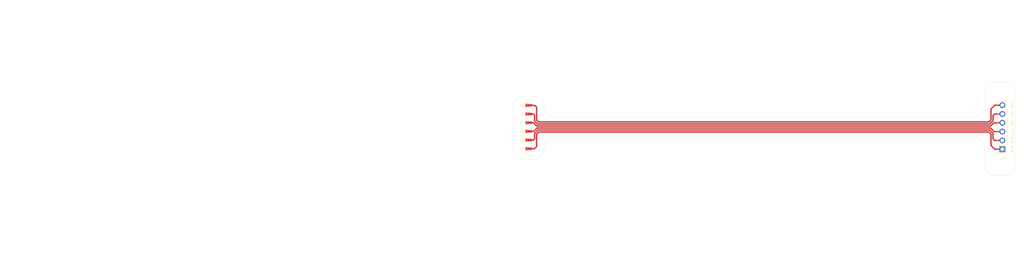
<source format=kicad_pcb>
(kicad_pcb (version 20240108) (generator "pcbnew") (generator_version "8.0")
  (layers (0 "F.Cu" signal) (31 "B.Cu" signal) (34 "B.Paste" user) (35 "F.Paste" user) (36 "B.SilkS" user "B.Silkscreen") (37 "F.SilkS" user "F.Silkscreen") (38 "B.Mask" user) (39 "F.Mask" user) (44 "Edge.Cuts" user))
  (net 0 "")
  (net 1 "Net-(J6-1)")
  (net 2 "Net-(J3-1)")
  (net 3 "Net-(J1-1)")
  (net 4 "Net-(J5-1)")
  (net 5 "Net-(J2-1)")
  (net 6 "Net-(J4-1)")
  (footprint "custom symbols:TE_2306334-3" (layer "F.Cu") (at 136.446138 86.15 180)
    (property "Reference" "J1" (at 2.036138 -0.050002 0) (layer "F.SilkS") (effects (font (size 0.787402 0.787402))))
    (property "Value" "2306334-3")
    (pad "1_1" smd rect (at -0.695 0 180) (size 0.41 0.84) (layers "F.Cu" "F.Paste" "F.Mask") (net 3 "Net-(J1-1)"))
    (pad "1_2" smd rect (at -0.085 0 180) (size 0.41 0.84) (layers "F.Cu" "F.Paste" "F.Mask") (net 3 "Net-(J1-1)"))
    (pad "1_3" smd rect (at 0.58 0 180) (size 0.52 1) (layers "F.Cu" "F.Paste" "F.Mask") (net 3 "Net-(J1-1)"))
  )
  (footprint "Connector_PinSocket_2.54mm:PinSocket_1x06_P2.54mm_Vertical" (layer "F.Cu") (at 273.1 86.3 180)
    (property "Reference" "J7" (at 0 -2.77 0) (layer "F.SilkS"))
    (property "Value" "Conn_01x06_Pin")
    (fp_line (start 1.33 1.27) (end 1.33 14.03) (stroke (width 0.12)) (layer "F.SilkS"))
    (fp_line (start 1.33 -1.33) (end 1.33 0) (stroke (width 0.12)) (layer "F.SilkS"))
    (fp_line (start 0 -1.33) (end 1.33 -1.33) (stroke (width 0.12)) (layer "F.SilkS"))
    (fp_line (start -1.33 14.03) (end 1.33 14.03) (stroke (width 0.12)) (layer "F.SilkS"))
    (fp_line (start -1.33 1.27) (end 1.33 1.27) (stroke (width 0.12)) (layer "F.SilkS"))
    (fp_line (start -1.33 1.27) (end -1.33 14.03) (stroke (width 0.12)) (layer "F.SilkS"))
    (pad "1" thru_hole rect (at 0 0 180) (size 1.7 1.7) (drill 1) (layers "*.Cu" "*.Mask") (net 3 "Net-(J1-1)"))
    (pad "2" thru_hole oval (at 0 2.54 180) (size 1.7 1.7) (drill 1) (layers "*.Cu" "*.Mask") (net 5 "Net-(J2-1)"))
    (pad "3" thru_hole oval (at 0 5.08 180) (size 1.7 1.7) (drill 1) (layers "*.Cu" "*.Mask") (net 2 "Net-(J3-1)"))
    (pad "4" thru_hole oval (at 0 7.62 180) (size 1.7 1.7) (drill 1) (layers "*.Cu" "*.Mask") (net 6 "Net-(J4-1)"))
    (pad "5" thru_hole oval (at 0 10.16 180) (size 1.7 1.7) (drill 1) (layers "*.Cu" "*.Mask") (net 4 "Net-(J5-1)"))
    (pad "6" thru_hole oval (at 0 12.7 180) (size 1.7 1.7) (drill 1) (layers "*.Cu" "*.Mask") (net 1 "Net-(J6-1)"))
  )
  (footprint "custom symbols:TE_2306334-3" (layer "F.Cu") (at 136.441138 81.15 180)
    (property "Reference" "J3" (at 2.041138 -0.050002 0) (layer "F.SilkS") (effects (font (size 0.787402 0.787402))))
    (property "Value" "2306334-3")
    (pad "1_1" smd rect (at -0.695 0 180) (size 0.41 0.84) (layers "F.Cu" "F.Paste" "F.Mask") (net 2 "Net-(J3-1)"))
    (pad "1_2" smd rect (at -0.085 0 180) (size 0.41 0.84) (layers "F.Cu" "F.Paste" "F.Mask") (net 2 "Net-(J3-1)"))
    (pad "1_3" smd rect (at 0.58 0 180) (size 0.52 1) (layers "F.Cu" "F.Paste" "F.Mask") (net 2 "Net-(J3-1)"))
  )
  (footprint "custom symbols:TE_2306334-3" (layer "F.Cu") (at 136.446138 73.65 180)
    (property "Reference" "J6" (at 2.036138 -0.050002 0) (layer "F.SilkS") (effects (font (size 0.787402 0.787402))))
    (property "Value" "2306334-3")
    (pad "1_1" smd rect (at -0.695 0 180) (size 0.41 0.84) (layers "F.Cu" "F.Paste" "F.Mask") (net 1 "Net-(J6-1)"))
    (pad "1_2" smd rect (at -0.085 0 180) (size 0.41 0.84) (layers "F.Cu" "F.Paste" "F.Mask") (net 1 "Net-(J6-1)"))
    (pad "1_3" smd rect (at 0.58 0 180) (size 0.52 1) (layers "F.Cu" "F.Paste" "F.Mask") (net 1 "Net-(J6-1)"))
  )
  (footprint "custom symbols:TE_2306334-3" (layer "F.Cu") (at 136.446138 78.65 180)
    (property "Reference" "J4" (at 2.036138 -0.050002 0) (layer "F.SilkS") (effects (font (size 0.787402 0.787402))))
    (property "Value" "2306334-3")
    (pad "1_1" smd rect (at -0.695 0 180) (size 0.41 0.84) (layers "F.Cu" "F.Paste" "F.Mask") (net 6 "Net-(J4-1)"))
    (pad "1_2" smd rect (at -0.085 0 180) (size 0.41 0.84) (layers "F.Cu" "F.Paste" "F.Mask") (net 6 "Net-(J4-1)"))
    (pad "1_3" smd rect (at 0.58 0 180) (size 0.52 1) (layers "F.Cu" "F.Paste" "F.Mask") (net 6 "Net-(J4-1)"))
  )
  (footprint "custom symbols:TE_2306334-3" (layer "F.Cu") (at 136.431138 76.15 180)
    (property "Reference" "J5" (at 2.051138 -0.050002 0) (layer "F.SilkS") (effects (font (size 0.787402 0.787402))))
    (property "Value" "2306334-3")
    (pad "1_1" smd rect (at -0.695 0 180) (size 0.41 0.84) (layers "F.Cu" "F.Paste" "F.Mask") (net 4 "Net-(J5-1)"))
    (pad "1_2" smd rect (at -0.085 0 180) (size 0.41 0.84) (layers "F.Cu" "F.Paste" "F.Mask") (net 4 "Net-(J5-1)"))
    (pad "1_3" smd rect (at 0.58 0 180) (size 0.52 1) (layers "F.Cu" "F.Paste" "F.Mask") (net 4 "Net-(J5-1)"))
  )
  (footprint "custom symbols:TE_2306334-3" (layer "F.Cu") (at 136.431138 83.65 180)
    (property "Reference" "J2" (at 2.051138 -0.050002 0) (layer "F.SilkS") (effects (font (size 0.787402 0.787402))))
    (property "Value" "2306334-3")
    (pad "1_1" smd rect (at -0.695 0 180) (size 0.41 0.84) (layers "F.Cu" "F.Paste" "F.Mask") (net 5 "Net-(J2-1)"))
    (pad "1_2" smd rect (at -0.085 0 180) (size 0.41 0.84) (layers "F.Cu" "F.Paste" "F.Mask") (net 5 "Net-(J2-1)"))
    (pad "1_3" smd rect (at 0.58 0 180) (size 0.52 1) (layers "F.Cu" "F.Paste" "F.Mask") (net 5 "Net-(J2-1)"))
  )
  (gr_line (start 275 67) (end 277 69) (stroke (width 0.05)) (layer "Edge.Cuts"))
  (gr_line (start 268 92) (end 268 85) (stroke (width 0.05)) (layer "Edge.Cuts"))
  (gr_line (start 132 87) (end 132 73) (stroke (width 0.05)) (layer "Edge.Cuts"))
  (gr_line (start 143 83) (end 266 83) (stroke (width 0.05)) (layer "Edge.Cuts"))
  (gr_line (start 270 67) (end 268 69) (stroke (width 0.05)) (layer "Edge.Cuts"))
  (gr_line (start 275 67) (end 270 67) (stroke (width 0.05)) (layer "Edge.Cuts"))
  (gr_line (start 134 71) (end 132 73) (stroke (width 0.05)) (layer "Edge.Cuts"))
  (gr_line (start 275 94) (end 277 92) (stroke (width 0.05)) (layer "Edge.Cuts"))
  (gr_line (start 141 87) (end 141 85) (stroke (width 0.05)) (layer "Edge.Cuts"))
  (gr_line (start 134 89) (end 132 87) (stroke (width 0.05)) (layer "Edge.Cuts"))
  (gr_line (start 275 94) (end 270 94) (stroke (width 0.05)) (layer "Edge.Cuts"))
  (gr_line (start 139 89) (end 141 87) (stroke (width 0.05)) (layer "Edge.Cuts"))
  (gr_line (start 139 89) (end 134 89) (stroke (width 0.05)) (layer "Edge.Cuts"))
  (gr_line (start 143 77) (end 141 75) (stroke (width 0.05)) (layer "Edge.Cuts"))
  (gr_line (start 141 75) (end 141 73) (stroke (width 0.05)) (layer "Edge.Cuts"))
  (gr_line (start 143 77) (end 266 77) (stroke (width 0.05)) (layer "Edge.Cuts"))
  (gr_line (start 141 85) (end 143 83) (stroke (width 0.05)) (layer "Edge.Cuts"))
  (gr_line (start 139 71) (end 134 71) (stroke (width 0.05)) (layer "Edge.Cuts"))
  (gr_line (start 277 92) (end 277 69) (stroke (width 0.05)) (layer "Edge.Cuts"))
  (gr_line (start 268 75) (end 268 69) (stroke (width 0.05)) (layer "Edge.Cuts"))
  (gr_line (start 270 94) (end 268 92) (stroke (width 0.05)) (layer "Edge.Cuts"))
  (gr_line (start 266 77) (end 268 75) (stroke (width 0.05)) (layer "Edge.Cuts"))
  (gr_line (start 266 83) (end 268 85) (stroke (width 0.05)) (layer "Edge.Cuts"))
  (gr_line (start 141 73) (end 139 71) (stroke (width 0.05)) (layer "Edge.Cuts"))
  (gr_text "6\n5\n4\n3\n2\n1" (at 276 80 0) (layer "F.SilkS") (effects (font (size 1.55 1) (thickness 0.2) (bold yes))))
  (segment (start 269.819 74.681) (end 270.9 73.6) (width 0.381) (layer "F.Cu") (net 1))
  (segment (start 139.338 78.438) (end 269.218684 78.438) (width 0.381) (layer "F.Cu") (net 1))
  (segment (start 138.781 74.181) (end 138.781 77.881) (width 0.381) (layer "F.Cu") (net 1))
  (segment (start 137.141138 73.65) (end 138.25 73.65) (width 0.381) (layer "F.Cu") (net 1))
  (segment (start 138.25 73.65) (end 138.781 74.181) (width 0.381) (layer "F.Cu") (net 1))
  (segment (start 138.781 77.881) (end 139.338 78.438) (width 0.381) (layer "F.Cu") (net 1))
  (segment (start 270.9 73.6) (end 273.1 73.6) (width 0.381) (layer "F.Cu") (net 1))
  (segment (start 269.218684 78.438) (end 269.819 77.837684) (width 0.381) (layer "F.Cu") (net 1))
  (segment (start 135.866138 73.65) (end 137.141138 73.65) (width 0.381) (layer "F.Cu") (net 1))
  (segment (start 269.819 77.837684) (end 269.819 74.681) (width 0.381) (layer "F.Cu") (net 1))
  (segment (start 138.9 80.181) (end 269.7 80.181) (width 0.381) (layer "F.Cu") (net 2))
  (segment (start 269.7 80.181) (end 270.739 81.22) (width 0.381) (layer "F.Cu") (net 2))
  (segment (start 135.861138 81.15) (end 137.136138 81.15) (width 0.381) (layer "F.Cu") (net 2))
  (segment (start 137.136138 81.15) (end 137.931 81.15) (width 0.381) (layer "F.Cu") (net 2))
  (segment (start 137.931 81.15) (end 138.9 80.181) (width 0.381) (layer "F.Cu") (net 2))
  (segment (start 270.739 81.22) (end 273.1 81.22) (width 0.381) (layer "F.Cu") (net 2))
  (segment (start 269.218684 81.343) (end 269.819 81.943316) (width 0.381) (layer "F.Cu") (net 3))
  (segment (start 138.781 85.519) (end 138.781 81.943316) (width 0.381) (layer "F.Cu") (net 3))
  (segment (start 138.781 81.943316) (end 139.381316 81.343) (width 0.381) (layer "F.Cu") (net 3))
  (segment (start 269.819 85.219) (end 270.9 86.3) (width 0.381) (layer "F.Cu") (net 3))
  (segment (start 135.866138 86.15) (end 137.141138 86.15) (width 0.381) (layer "F.Cu") (net 3))
  (segment (start 139.381316 81.343) (end 269.218684 81.343) (width 0.381) (layer "F.Cu") (net 3))
  (segment (start 137.141138 86.15) (end 138.15 86.15) (width 0.381) (layer "F.Cu") (net 3))
  (segment (start 269.819 81.943316) (end 269.819 85.219) (width 0.381) (layer "F.Cu") (net 3))
  (segment (start 270.9 86.3) (end 273.1 86.3) (width 0.381) (layer "F.Cu") (net 3))
  (segment (start 138.15 86.15) (end 138.781 85.519) (width 0.381) (layer "F.Cu") (net 3))
  (segment (start 270.4 76.6) (end 270.86 76.14) (width 0.381) (layer "F.Cu") (net 4))
  (segment (start 270.86 76.14) (end 273.1 76.14) (width 0.381) (layer "F.Cu") (net 4))
  (segment (start 270.4 78.078342) (end 270.4 76.6) (width 0.381) (layer "F.Cu") (net 4))
  (segment (start 137.126138 76.15) (end 137.85 76.15) (width 0.381) (layer "F.Cu") (net 4))
  (segment (start 139.040658 79.019) (end 269.459342 79.019) (width 0.381) (layer "F.Cu") (net 4))
  (segment (start 137.85 76.15) (end 138.2 76.5) (width 0.381) (layer "F.Cu") (net 4))
  (segment (start 138.2 78.178342) (end 139.040658 79.019) (width 0.381) (layer "F.Cu") (net 4))
  (segment (start 138.2 76.5) (end 138.2 78.178342) (width 0.381) (layer "F.Cu") (net 4))
  (segment (start 135.851138 76.15) (end 137.126138 76.15) (width 0.381) (layer "F.Cu") (net 4))
  (segment (start 269.459342 79.019) (end 270.4 78.078342) (width 0.381) (layer "F.Cu") (net 4))
  (segment (start 138.2 83.3) (end 138.2 81.702658) (width 0.381) (layer "F.Cu") (net 5))
  (segment (start 270.4 81.702658) (end 270.4 83.3) (width 0.381) (layer "F.Cu") (net 5))
  (segment (start 270.4 83.3) (end 270.86 83.76) (width 0.381) (layer "F.Cu") (net 5))
  (segment (start 270.86 83.76) (end 273.1 83.76) (width 0.381) (layer "F.Cu") (net 5))
  (segment (start 138.2 81.702658) (end 139.140658 80.762) (width 0.381) (layer "F.Cu") (net 5))
  (segment (start 137.85 83.65) (end 138.2 83.3) (width 0.381) (layer "F.Cu") (net 5))
  (segment (start 139.140658 80.762) (end 269.459342 80.762) (width 0.381) (layer "F.Cu") (net 5))
  (segment (start 269.459342 80.762) (end 270.4 81.702658) (width 0.381) (layer "F.Cu") (net 5))
  (segment (start 135.851138 83.65) (end 137.126138 83.65) (width 0.381) (layer "F.Cu") (net 5))
  (segment (start 137.126138 83.65) (end 137.85 83.65) (width 0.381) (layer "F.Cu") (net 5))
  (segment (start 138.8 79.6) (end 269.7 79.6) (width 0.381) (layer "F.Cu") (net 6))
  (segment (start 137.141138 78.65) (end 137.85 78.65) (width 0.381) (layer "F.Cu") (net 6))
  (segment (start 269.7 79.6) (end 270.62 78.68) (width 0.381) (layer "F.Cu") (net 6))
  (segment (start 135.866138 78.65) (end 137.141138 78.65) (width 0.381) (layer "F.Cu") (net 6))
  (segment (start 137.85 78.65) (end 138.8 79.6) (width 0.381) (layer "F.Cu") (net 6))
  (segment (start 270.62 78.68) (end 273.1 78.68) (width 0.381) (layer "F.Cu") (net 6))
)
</source>
